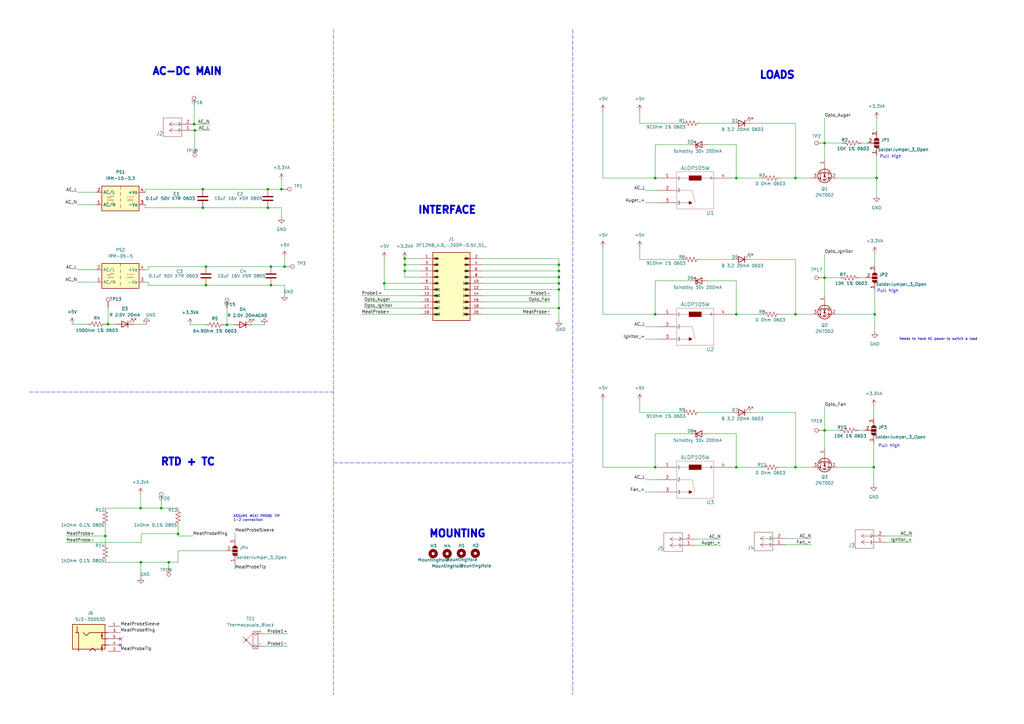
<source format=kicad_sch>
(kicad_sch (version 20211123) (generator eeschema)
  (paper "A3")
  (title_block (title "Smart Smoker Analog") (date "2025-04-20") (rev "B"))
  (lib_symbols
    (symbol "0393570002:393570002" (pin_names (offset 0.254))
      (property "Reference" "J" (at 8.89 6.35 0))
      (property "Value" "393570002" (at 0 0 0))
      (symbol "393570002_1_1"
        (pin unspecified line (at 0 0 0) (length 5.08) (name "1") (number "1"))
        (pin unspecified line (at 0 -2.54 0) (length 5.08) (name "2") (number "2"))
      )
      (symbol "393570002_1_2"
        (pin unspecified line (at 0 0 0) (length 5.08) (name "1") (number "1"))
        (pin unspecified line (at 0 -2.54 0) (length 5.08) (name "2") (number "2"))
      )
    )
    (symbol "ALDP105W:ALDP105W" (pin_names (offset 0.254))
      (property "Reference" "U" (at 15.24 7.62 0))
      (property "Value" "ALDP105W" (at 15.24 5.08 0))
      (symbol "ALDP105W_0_1"
        (pin unspecified line (at 0 0 0) (length 7.62) (name "1") (number "1"))
        (pin unspecified line (at 0 -5.08 0) (length 7.62) (name "2") (number "2"))
        (pin unspecified line (at 0 -10.16 0) (length 7.62) (name "3") (number "3"))
        (pin unspecified line (at 30.48 0 180) (length 7.62) (name "4") (number "4"))
      )
    )
    (symbol "Connector:TestPoint" (pin_numbers hide) (pin_names (offset 0.762) hide)
      (property "Reference" "TP" (at 0 6.858 0))
      (property "Value" "TestPoint" (at 0 5.08 0))
      (symbol "TestPoint_1_1"
        (pin passive line (at 0 0 90) (length 2.54) (name "1") (number "1"))
      )
    )
    (symbol "Converter_ACDC:IRM-05-5"
      (property "Reference" "PS" (at 0 6.35 0))
      (property "Value" "IRM-05-5" (at 0 -6.35 0))
      (symbol "IRM-05-5_1_1"
        (pin power_in line (at -10.16 -2.54 0) (length 2.54) (name "AC/N") (number "1"))
        (pin power_in line (at -10.16 2.54 0) (length 2.54) (name "AC/L") (number "2"))
        (pin power_out line (at 10.16 -2.54 180) (length 2.54) (name "-Vo") (number "3"))
        (pin power_out line (at 10.16 2.54 180) (length 2.54) (name "+Vo") (number "4"))
      )
    )
    (symbol "Converter_ACDC:IRM-10-3.3"
      (property "Reference" "PS" (at 0 6.35 0))
      (property "Value" "IRM-10-3.3" (at 0 -6.35 0))
      (symbol "IRM-10-3.3_1_1"
        (pin power_in line (at -10.16 -2.54 0) (length 2.54) (name "AC/N") (number "1"))
        (pin power_in line (at -10.16 2.54 0) (length 2.54) (name "AC/L") (number "2"))
        (pin power_out line (at 10.16 -2.54 180) (length 2.54) (name "-Vo") (number "3"))
        (pin power_out line (at 10.16 2.54 180) (length 2.54) (name "+Vo") (number "4"))
      )
    )
    (symbol "DF12NBHHDR:DF12NB_4.0_-20DP-0.5V_51_" (pin_names (offset 1.016))
      (property "Reference" "J" (at -8.12 15.24 0))
      (property "Value" "DF12NB_4.0_-20DP-0.5V_51_" (at -7.62 -15.24 0))
      (symbol "DF12NB_4.0_-20DP-0.5V_51__0_0"
        (pin passive line (at -12.7 12.7 0) (length 5.08) (name "1") (number "1"))
        (pin passive line (at 12.7 2.54 180) (length 5.08) (name "10") (number "10"))
        (pin passive line (at -12.7 0 0) (length 5.08) (name "11") (number "11"))
        (pin passive line (at 12.7 0 180) (length 5.08) (name "12") (number "12"))
        (pin passive line (at -12.7 -2.54 0) (length 5.08) (name "13") (number "13"))
        (pin passive line (at 12.7 -2.54 180) (length 5.08) (name "14") (number "14"))
        (pin passive line (at -12.7 -5.08 0) (length 5.08) (name "15") (number "15"))
        (pin passive line (at 12.7 -5.08 180) (length 5.08) (name "16") (number "16"))
        (pin passive line (at -12.7 -7.62 0) (length 5.08) (name "17") (number "17"))
        (pin passive line (at 12.7 -7.62 180) (length 5.08) (name "18") (number "18"))
        (pin passive line (at -12.7 -10.16 0) (length 5.08) (name "19") (number "19"))
        (pin passive line (at 12.7 12.7 180) (length 5.08) (name "2") (number "2"))
        (pin passive line (at 12.7 -10.16 180) (length 5.08) (name "20") (number "20"))
        (pin passive line (at -12.7 10.16 0) (length 5.08) (name "3") (number "3"))
        (pin passive line (at 12.7 10.16 180) (length 5.08) (name "4") (number "4"))
        (pin passive line (at -12.7 7.62 0) (length 5.08) (name "5") (number "5"))
        (pin passive line (at 12.7 7.62 180) (length 5.08) (name "6") (number "6"))
        (pin passive line (at -12.7 5.08 0) (length 5.08) (name "7") (number "7"))
        (pin passive line (at 12.7 5.08 180) (length 5.08) (name "8") (number "8"))
        (pin passive line (at -12.7 2.54 0) (length 5.08) (name "9") (number "9"))
      )
    )
    (symbol "Device:C" (pin_numbers hide) (pin_names (offset 0.254))
      (property "Reference" "C" (at 0.635 2.54 0))
      (property "Value" "C" (at 0.635 -2.54 0))
      (symbol "C_1_1"
        (pin passive line (at 0 3.81 270) (length 2.794) (name "~") (number "1"))
        (pin passive line (at 0 -3.81 90) (length 2.794) (name "~") (number "2"))
      )
    )
    (symbol "Device:LED" (pin_numbers hide) (pin_names (offset 1.016) hide)
      (property "Reference" "D" (at 0 2.54 0))
      (property "Value" "LED" (at 0 -2.54 0))
      (symbol "LED_1_1"
        (pin passive line (at -3.81 0 0) (length 2.54) (name "K") (number "1"))
        (pin passive line (at 3.81 0 180) (length 2.54) (name "A") (number "2"))
      )
    )
    (symbol "Device:R_US" (pin_numbers hide) (pin_names (offset 0))
      (property "Reference" "R" (at 2.54 0 90))
      (property "Value" "R_US" (at -2.54 0 90))
      (symbol "R_US_1_1"
        (pin passive line (at 0 3.81 270) (length 1.27) (name "~") (number "1"))
        (pin passive line (at 0 -3.81 90) (length 1.27) (name "~") (number "2"))
      )
    )
    (symbol "Device:Thermocouple_Block" (pin_numbers hide) (pin_names (offset 0))
      (property "Reference" "TC" (at -3.048 3.81 0))
      (property "Value" "Thermocouple_Block" (at -5.08 -4.064 0))
      (symbol "Thermocouple_Block_1_1"
        (pin passive line (at 5.08 2.54 180) (length 2.54) (name "+") (number "1"))
        (pin passive line (at 5.08 -2.54 180) (length 2.54) (name "-") (number "2"))
      )
    )
    (symbol "Diode:1N6857UR" (pin_numbers hide) (pin_names (offset 1.016) hide)
      (property "Reference" "D" (at 0 2.54 0))
      (property "Value" "1N6857UR" (at 0 -2.54 0))
      (symbol "1N6857UR_1_1"
        (pin passive line (at -3.81 0 0) (length 2.54) (name "K") (number "1"))
        (pin passive line (at 3.81 0 180) (length 2.54) (name "A") (number "2"))
      )
    )
    (symbol "Jumper:SolderJumper_3_Open" (pin_names (offset 0) hide)
      (property "Reference" "JP" (at -2.54 -2.54 0))
      (property "Value" "SolderJumper_3_Open" (at 0 2.794 0))
      (symbol "SolderJumper_3_Open_1_1"
        (pin passive line (at -5.08 0 0) (length 2.54) (name "A") (number "1"))
        (pin passive line (at 0 -3.81 90) (length 2.54) (name "C") (number "2"))
        (pin passive line (at 5.08 0 180) (length 2.54) (name "B") (number "3"))
      )
    )
    (symbol "Mechanical:MountingHole" (pin_names (offset 1.016))
      (property "Reference" "H" (at 0 5.08 0))
      (property "Value" "MountingHole" (at 0 3.175 0))
    )
    (symbol "SJ3-35053D:SJ3-35053D" (pin_names (offset 1.016))
      (property "Reference" "J" (at -6.35 7.62 0))
      (property "Value" "SJ3-35053D" (at -6.35 -8.89 0))
      (symbol "SJ3-35053D_0_0"
        (pin passive line (at 12.7 5.08 180) (length 5.08) (name "~") (number "1"))
        (pin passive line (at 12.7 -5.08 180) (length 5.08) (name "~") (number "2"))
        (pin passive line (at 12.7 2.54 180) (length 5.08) (name "~") (number "3"))
        (pin passive line (at 12.7 -2.54 180) (length 5.08) (name "~") (number "4"))
        (pin passive line (at 12.7 0 180) (length 5.08) (name "~") (number "5"))
      )
    )
    (symbol "Transistor_FET:2N7002" (pin_names hide)
      (property "Reference" "Q" (at 5.08 1.905 0))
      (property "Value" "2N7002" (at 5.08 0 0))
      (symbol "2N7002_1_1"
        (pin input line (at -5.08 0 0) (length 2.54) (name "G") (number "1"))
        (pin passive line (at 2.54 -5.08 90) (length 2.54) (name "S") (number "2"))
        (pin passive line (at 2.54 5.08 270) (length 2.54) (name "D") (number "3"))
      )
    )
    (symbol "power:+3.3VA" (power) (pin_names (offset 0))
      (property "Value" "+3.3VA" (at 0 3.556 0))
      (symbol "+3.3VA_1_1"
        (pin power_in line (at 0 0 90) (length 0) hide (name "+3.3VA") (number "1"))
      )
    )
    (symbol "power:+5V" (power) (pin_names (offset 0))
      (property "Value" "+5V" (at 0 3.556 0))
      (symbol "+5V_1_1"
        (pin power_in line (at 0 0 90) (length 0) hide (name "+5V") (number "1"))
      )
    )
    (symbol "power:GND" (power) (pin_names (offset 0))
      (property "Value" "GND" (at 0 -3.81 0))
      (symbol "GND_1_1"
        (pin power_in line (at 0 0 270) (length 0) hide (name "GND") (number "1"))
      )
    )
  )
  (junction (at 229.235 108.585))
  (junction (at 358.394 191.643))
  (junction (at 43.18 219.837))
  (junction (at 116.713 109.347))
  (junction (at 326.263 128.905))
  (junction (at 83.185 77.597))
  (junction (at 268.732 191.643))
  (junction (at 326.263 191.643))
  (junction (at 338.201 113.919))
  (junction (at 109.855 85.217))
  (junction (at 111.125 116.967))
  (junction (at 84.455 116.967))
  (junction (at 229.235 111.125))
  (junction (at 359.537 73.025))
  (junction (at 57.658 208.407))
  (junction (at 84.455 109.347))
  (junction (at 83.185 85.217))
  (junction (at 111.125 109.347))
  (junction (at 326.263 73.025))
  (junction (at 44.323 132.969))
  (junction (at 165.989 108.585))
  (junction (at 302.006 191.643))
  (junction (at 268.732 73.025))
  (junction (at 229.235 113.665))
  (junction (at 358.775 128.905))
  (junction (at 93.091 133.223))
  (junction (at 229.235 118.745))
  (junction (at 229.235 126.365))
  (junction (at 338.201 176.53))
  (junction (at 115.443 77.597))
  (junction (at 165.989 106.045))
  (junction (at 229.235 116.205))
  (junction (at 109.855 77.597))
  (junction (at 165.989 111.125))
  (junction (at 302.006 73.025))
  (junction (at 73.025 218.948))
  (junction (at 57.785 230.632))
  (junction (at 79.629 50.927))
  (junction (at 66.167 208.407))
  (junction (at 338.201 58.674))
  (junction (at 268.732 128.905))
  (junction (at 302.006 128.905))
  (junction (at 69.215 230.632))
  (junction (at 157.607 116.205))
  (junction (at 79.883 53.467))
  (no_connect (at 49.403 264.541))
  (no_connect (at 49.403 262.001))
  (wire (pts (xy 358.775 128.905) (xy 358.775 136.017)))
  (wire (pts (xy 43.18 216.027) (xy 43.18 219.837)))
  (wire (pts (xy 264.668 133.985) (xy 269.875 133.985)))
  (wire (pts (xy 338.201 58.674) (xy 345.567 58.674)))
  (wire (pts (xy 229.235 111.125) (xy 229.235 113.665)))
  (wire (pts (xy 353.187 58.674) (xy 355.727 58.674)))
  (wire (pts (xy 307.975 169.164) (xy 326.263 169.164)))
  (wire (pts (xy 268.732 59.309) (xy 268.732 73.025)))
  (wire (pts (xy 326.263 169.164) (xy 326.263 191.643)))
  (wire (pts (xy 172.466 111.125) (xy 165.989 111.125)))
  (wire (pts (xy 73.025 230.632) (xy 69.215 230.632)))
  (wire (pts (xy 326.263 73.025) (xy 333.121 73.025)))
  (wire (pts (xy 149.352 123.825) (xy 172.466 123.825)))
  (wire (pts (xy 44.323 132.969) (xy 47.371 132.969)))
  (wire (pts (xy 79.121 219.837) (xy 73.025 219.837)))
  (wire (pts (xy 43.18 230.632) (xy 57.785 230.632)))
  (wire (pts (xy 338.201 48.26) (xy 338.201 58.674)))
  (wire (pts (xy 31.623 83.947) (xy 39.243 83.947)))
  (wire (pts (xy 69.215 230.632) (xy 57.785 230.632)))
  (wire (pts (xy 115.443 73.787) (xy 115.443 77.597)))
  (wire (pts (xy 60.833 115.697) (xy 59.563 115.697)))
  (wire (pts (xy 326.263 128.905) (xy 333.121 128.905)))
  (wire (pts (xy 358.394 181.61) (xy 358.394 191.643)))
  (wire (pts (xy 103.378 133.223) (xy 108.458 133.223)))
  (wire (pts (xy 287.274 50.546) (xy 300.355 50.546)))
  (wire (pts (xy 79.629 43.561) (xy 79.629 50.927)))
  (wire (pts (xy 262.382 106.426) (xy 279.654 106.426)))
  (wire (pts (xy 352.425 113.919) (xy 354.965 113.919)))
  (wire (pts (xy 229.235 116.205) (xy 229.235 118.745)))
  (wire (pts (xy 343.281 73.025) (xy 359.537 73.025)))
  (wire (pts (xy 59.563 77.597) (xy 59.563 78.867)))
  (wire (pts (xy 83.185 85.217) (xy 109.855 85.217)))
  (wire (pts (xy 247.269 73.025) (xy 268.732 73.025)))
  (wire (pts (xy 57.912 218.948) (xy 57.912 222.504)))
  (wire (pts (xy 172.466 108.585) (xy 165.989 108.585)))
  (wire (pts (xy 60.833 110.617) (xy 59.563 110.617)))
  (wire (pts (xy 96.393 218.44) (xy 96.393 220.853)))
  (wire (pts (xy 302.006 73.025) (xy 312.42 73.025)))
  (wire (pts (xy 149.352 126.365) (xy 172.466 126.365)))
  (wire (pts (xy 352.044 176.53) (xy 354.584 176.53)))
  (wire (pts (xy 96.393 231.013) (xy 96.393 233.553)))
  (wire (pts (xy 282.829 177.927) (xy 268.732 177.927)))
  (wire (pts (xy 91.948 133.223) (xy 93.091 133.223)))
  (polyline (pts (xy 11.938 160.782) (xy 136.906 160.782)))
  (wire (pts (xy 84.455 116.967) (xy 111.125 116.967)))
  (wire (pts (xy 338.201 113.919) (xy 338.201 121.285)))
  (wire (pts (xy 31.623 115.697) (xy 39.243 115.697)))
  (wire (pts (xy 307.975 106.426) (xy 326.263 106.426)))
  (wire (pts (xy 229.235 126.365) (xy 229.235 131.318)))
  (wire (pts (xy 157.607 118.745) (xy 157.607 116.205)))
  (wire (pts (xy 326.263 106.426) (xy 326.263 128.905)))
  (wire (pts (xy 359.537 73.025) (xy 359.537 80.137)))
  (wire (pts (xy 268.732 73.025) (xy 269.875 73.025)))
  (wire (pts (xy 165.989 108.585) (xy 165.989 106.045)))
  (wire (pts (xy 338.201 166.878) (xy 338.201 176.53)))
  (wire (pts (xy 197.866 126.365) (xy 229.235 126.365)))
  (wire (pts (xy 165.989 106.045) (xy 172.466 106.045)))
  (wire (pts (xy 79.883 53.467) (xy 79.629 53.467)))
  (wire (pts (xy 197.866 111.125) (xy 229.235 111.125)))
  (wire (pts (xy 343.281 128.905) (xy 358.775 128.905)))
  (wire (pts (xy 83.185 77.597) (xy 59.563 77.597)))
  (wire (pts (xy 268.732 177.927) (xy 268.732 191.643)))
  (wire (pts (xy 85.979 53.467) (xy 79.883 53.467)))
  (wire (pts (xy 31.623 78.867) (xy 39.243 78.867)))
  (wire (pts (xy 338.201 104.14) (xy 338.201 113.919)))
  (wire (pts (xy 54.991 132.969) (xy 60.071 132.969)))
  (wire (pts (xy 148.336 121.285) (xy 172.466 121.285)))
  (wire (pts (xy 307.975 50.546) (xy 326.263 50.546)))
  (wire (pts (xy 165.989 113.665) (xy 165.989 111.125)))
  (wire (pts (xy 300.355 191.643) (xy 302.006 191.643)))
  (wire (pts (xy 148.336 128.905) (xy 172.466 128.905)))
  (wire (pts (xy 172.466 113.665) (xy 165.989 113.665)))
  (wire (pts (xy 322.072 223.393) (xy 332.74 223.393)))
  (wire (pts (xy 290.449 177.927) (xy 302.006 177.927)))
  (wire (pts (xy 247.269 45.593) (xy 247.269 73.025)))
  (wire (pts (xy 116.713 116.967) (xy 116.713 120.777)))
  (wire (pts (xy 264.541 139.065) (xy 269.875 139.065)))
  (wire (pts (xy 302.006 73.025) (xy 302.006 59.309)))
  (wire (pts (xy 57.658 208.407) (xy 66.167 208.407)))
  (wire (pts (xy 359.537 63.754) (xy 359.537 73.025)))
  (wire (pts (xy 165.989 111.125) (xy 165.989 108.585)))
  (wire (pts (xy 268.732 128.905) (xy 269.875 128.905)))
  (wire (pts (xy 264.668 78.105) (xy 269.875 78.105)))
  (wire (pts (xy 73.025 218.948) (xy 73.025 219.837)))
  (wire (pts (xy 111.125 109.347) (xy 116.713 109.347)))
  (wire (pts (xy 60.833 116.967) (xy 60.833 115.697)))
  (wire (pts (xy 268.732 191.643) (xy 269.875 191.643)))
  (wire (pts (xy 268.732 115.189) (xy 268.732 128.905)))
  (wire (pts (xy 43.18 208.407) (xy 57.658 208.407)))
  (polyline (pts (xy 136.779 189.865) (xy 234.95 189.865)))
  (wire (pts (xy 109.855 77.597) (xy 115.443 77.597)))
  (wire (pts (xy 73.025 225.933) (xy 92.583 225.933)))
  (wire (pts (xy 197.866 118.745) (xy 229.235 118.745)))
  (wire (pts (xy 302.006 191.643) (xy 312.42 191.643)))
  (wire (pts (xy 77.978 133.223) (xy 84.328 133.223)))
  (wire (pts (xy 302.006 128.905) (xy 312.42 128.905)))
  (wire (pts (xy 27.178 219.837) (xy 43.18 219.837)))
  (wire (pts (xy 43.561 132.969) (xy 44.323 132.969)))
  (wire (pts (xy 358.775 118.999) (xy 358.775 128.905)))
  (wire (pts (xy 29.591 132.969) (xy 35.941 132.969)))
  (wire (pts (xy 358.775 103.886) (xy 358.775 108.839)))
  (wire (pts (xy 247.269 164.211) (xy 247.269 191.643)))
  (wire (pts (xy 326.263 50.546) (xy 326.263 73.025)))
  (wire (pts (xy 302.006 128.905) (xy 302.006 115.189)))
  (wire (pts (xy 282.829 115.189) (xy 268.732 115.189)))
  (wire (pts (xy 57.912 222.504) (xy 27.178 222.504)))
  (wire (pts (xy 262.382 169.164) (xy 279.654 169.164)))
  (wire (pts (xy 359.537 48.641) (xy 359.537 53.594)))
  (wire (pts (xy 229.235 108.585) (xy 229.235 111.125)))
  (wire (pts (xy 358.394 191.643) (xy 343.281 191.643)))
  (wire (pts (xy 197.866 121.285) (xy 225.933 121.285)))
  (wire (pts (xy 264.668 196.723) (xy 269.875 196.723)))
  (wire (pts (xy 172.466 116.205) (xy 157.607 116.205)))
  (wire (pts (xy 284.988 221.107) (xy 295.656 221.107)))
  (wire (pts (xy 93.091 126.365) (xy 93.091 133.223)))
  (wire (pts (xy 264.541 83.185) (xy 269.875 83.185)))
  (wire (pts (xy 363.474 219.837) (xy 374.142 219.837)))
  (wire (pts (xy 358.394 166.497) (xy 358.394 171.45)))
  (wire (pts (xy 66.167 205.994) (xy 66.167 208.407)))
  (wire (pts (xy 326.263 73.025) (xy 320.04 73.025)))
  (wire (pts (xy 115.443 85.217) (xy 115.443 89.027)))
  (wire (pts (xy 31.623 110.617) (xy 39.243 110.617)))
  (wire (pts (xy 157.607 116.205) (xy 157.607 106.045)))
  (wire (pts (xy 326.263 191.643) (xy 333.121 191.643)))
  (wire (pts (xy 111.125 109.347) (xy 84.455 109.347)))
  (wire (pts (xy 262.382 45.593) (xy 262.382 50.546)))
  (wire (pts (xy 363.474 222.377) (xy 374.142 222.377)))
  (wire (pts (xy 84.455 109.347) (xy 60.833 109.347)))
  (polyline (pts (xy 234.95 12.065) (xy 234.95 284.988)))
  (wire (pts (xy 197.866 128.905) (xy 225.933 128.905)))
  (wire (pts (xy 57.658 202.819) (xy 57.658 208.407)))
  (wire (pts (xy 229.235 118.745) (xy 229.235 126.365)))
  (wire (pts (xy 229.235 106.045) (xy 229.235 108.585)))
  (wire (pts (xy 117.983 259.969) (xy 107.823 259.969)))
  (wire (pts (xy 57.785 236.728) (xy 57.785 230.632)))
  (wire (pts (xy 282.829 59.309) (xy 268.732 59.309)))
  (wire (pts (xy 73.025 218.948) (xy 57.912 218.948)))
  (wire (pts (xy 79.883 53.467) (xy 79.883 60.325)))
  (wire (pts (xy 247.269 191.643) (xy 268.732 191.643)))
  (wire (pts (xy 262.382 50.546) (xy 279.654 50.546)))
  (wire (pts (xy 73.025 216.027) (xy 73.025 218.948)))
  (wire (pts (xy 284.988 223.647) (xy 295.656 223.647)))
  (wire (pts (xy 60.833 109.347) (xy 60.833 110.617)))
  (wire (pts (xy 290.449 115.189) (xy 302.006 115.189)))
  (wire (pts (xy 247.269 101.473) (xy 247.269 128.905)))
  (wire (pts (xy 109.855 77.597) (xy 83.185 77.597)))
  (wire (pts (xy 109.855 85.217) (xy 115.443 85.217)))
  (wire (pts (xy 290.449 59.309) (xy 302.006 59.309)))
  (wire (pts (xy 197.866 116.205) (xy 229.235 116.205)))
  (wire (pts (xy 338.201 176.53) (xy 344.424 176.53)))
  (wire (pts (xy 287.274 106.426) (xy 300.355 106.426)))
  (wire (pts (xy 117.983 265.049) (xy 107.823 265.049)))
  (wire (pts (xy 302.006 191.643) (xy 302.006 177.927)))
  (wire (pts (xy 197.866 113.665) (xy 229.235 113.665)))
  (wire (pts (xy 247.269 128.905) (xy 268.732 128.905)))
  (wire (pts (xy 116.713 105.537) (xy 116.713 109.347)))
  (wire (pts (xy 73.025 225.933) (xy 73.025 230.632)))
  (wire (pts (xy 197.866 123.825) (xy 225.679 123.825)))
  (wire (pts (xy 326.263 128.905) (xy 320.04 128.905)))
  (wire (pts (xy 85.979 50.927) (xy 79.629 50.927)))
  (wire (pts (xy 229.235 113.665) (xy 229.235 116.205)))
  (wire (pts (xy 338.201 176.53) (xy 338.201 184.023)))
  (wire (pts (xy 66.167 208.407) (xy 73.025 208.407)))
  (wire (pts (xy 326.263 191.643) (xy 320.04 191.643)))
  (polyline (pts (xy 136.779 11.938) (xy 136.779 284.988)))
  (wire (pts (xy 338.201 58.674) (xy 338.201 65.405)))
  (wire (pts (xy 172.466 118.745) (xy 157.607 118.745)))
  (wire (pts (xy 322.072 220.853) (xy 332.74 220.853)))
  (wire (pts (xy 300.355 128.905) (xy 302.006 128.905)))
  (wire (pts (xy 300.355 73.025) (xy 302.006 73.025)))
  (wire (pts (xy 44.323 126.111) (xy 44.323 132.969)))
  (wire (pts (xy 43.18 219.837) (xy 43.18 223.012)))
  (wire (pts (xy 197.866 108.585) (xy 229.235 108.585)))
  (wire (pts (xy 262.382 164.211) (xy 262.382 169.164)))
  (wire (pts (xy 59.563 85.217) (xy 83.185 85.217)))
  (wire (pts (xy 111.125 116.967) (xy 116.713 116.967)))
  (wire (pts (xy 358.394 198.755) (xy 358.394 191.643)))
  (wire (pts (xy 197.866 106.045) (xy 229.235 106.045)))
  (wire (pts (xy 287.274 169.164) (xy 300.355 169.164)))
  (wire (pts (xy 262.382 101.473) (xy 262.382 106.426)))
  (wire (pts (xy 338.201 113.919) (xy 344.805 113.919)))
  (wire (pts (xy 93.091 133.223) (xy 95.758 133.223)))
  (wire (pts (xy 59.563 83.947) (xy 59.563 85.217)))
  (wire (pts (xy 264.541 201.803) (xy 269.875 201.803)))
  (wire (pts (xy 60.833 116.967) (xy 84.455 116.967)))
  (wire (pts (xy 69.215 232.283) (xy 69.215 230.632)))
  (text "MOUNTING" (at 175.768 220.726 0) (effects (font (size 3 3) (thickness 1.016) bold) (justify left bottom)))
  (text "Pull high" (at 360.172 183.642 0) (effects (font (size 1.27 1.27)) (justify left bottom)))
  (text "Pull high" (at 359.664 120.142 0) (effects (font (size 1.27 1.27)) (justify left bottom)))
  (text "Needs to have AC power to switch a load" (at 368.808 139.7 0) (effects (font (size 1 1)) (justify left bottom)))
  (text "Pull high" (at 360.807 65.024 0) (effects (font (size 1.27 1.27)) (justify left bottom)))
  (text "ASSUME MEAT PROBE TIP \n1-2 connection" (at 95.631 213.995 0) (effects (font (size 1 1)) (justify left bottom)))
  (text "LOADS" (at 311.277 32.639 0) (effects (font (size 3 3) (thickness 1.016) bold) (justify left bottom)))
  (text "INTERFACE" (at 171.196 88.011 0) (effects (font (size 3 3) (thickness 1.016) bold) (justify left bottom)))
  (text "RTD + TC" (at 65.659 191.262 0) (effects (font (size 3 3) (thickness 1.016) bold) (justify left bottom)))
  (text "AC-DC MAIN" (at 62.23 31.115 0) (effects (font (size 3 3) (thickness 1.016) bold) (justify left bottom)))
  (label "Opto_Fan" (at 225.679 123.825 180))
  (label "Opto_Auger" (at 338.201 48.26 0))
  (label "MeatProbe+" (at 148.336 128.905 0))
  (label "Probe1-" (at 225.933 121.285 180))
  (label "MeatProbeRing" (at 49.403 259.461 0))
  (label "MeatProbeSleeve" (at 49.403 256.921 0))
  (label "Auger_+" (at 264.541 83.185 180))
  (label "Opto_Ignitor" (at 149.352 126.365 0))
  (label "Opto_Fan" (at 338.201 166.878 0))
  (label "AC_N" (at 31.623 115.697 180))
  (label "Ignitor_+" (at 374.142 222.377 180))
  (label "Probe1+" (at 148.336 121.285 0))
  (label "AC_L" (at 264.668 78.105 180))
  (label "AC_L" (at 31.623 78.867 180))
  (label "Probe1+" (at 117.983 259.969 180))
  (label "MeatProbe-" (at 27.178 222.504 0))
  (label "AC_L" (at 264.668 133.985 180))
  (label "MeatProbeTip" (at 96.393 233.553 0))
  (label "AC_N" (at 374.142 219.837 180))
  (label "MeatProbe+" (at 27.178 219.837 0))
  (label "AC_N" (at 332.74 220.853 180))
  (label "MeatProbeSleeve" (at 96.393 218.44 0))
  (label "AC_L" (at 85.979 53.467 180))
  (label "AC_N" (at 295.656 221.107 180))
  (label "AC_L" (at 31.623 110.617 180))
  (label "Auger_+" (at 295.656 223.647 180))
  (label "MeatProbeRing" (at 79.121 219.837 0))
  (label "AC_L" (at 264.668 196.723 180))
  (label "Fan_+" (at 332.74 223.393 180))
  (label "AC_N" (at 31.623 83.947 180))
  (label "AC_N" (at 85.979 50.927 180))
  (label "Fan_+" (at 264.541 201.803 180))
  (label "MeatProbe-" (at 225.933 128.905 180))
  (label "Ignitor_+" (at 264.541 139.065 180))
  (label "Opto_Ignitor" (at 338.201 104.14 0))
  (label "MeatProbeTip" (at 49.403 267.081 0))
  (label "Probe1-" (at 117.983 265.049 180))
  (label "Opto_Auger" (at 149.352 123.825 0))
  (symbol (lib_id "power:+3.3VA") (at 77.978 133.223 0) (unit 1)
    (property "Reference" "#PWR014" (effects hide))
    (property "Value" "+3.3VA" (at 77.978 128.143 0))
  )
  (symbol (lib_id "SJ3-35053D:SJ3-35053D") (at 36.703 262.001 0) (unit 1)
    (property "Reference" "J6" (at 37.028 251.46 0))
    (property "Value" "SJ3-35053D" (at 37.028 254 0))
    (property "Footprint" "Customs Smoker:SAMESKY_SJ3-35053D" (effects hide))
    (property "Manufacturer" "SameSky" (effects hide))
    (property "Manufacturer Part Number" "SJ3-35053D" (effects hide))
    (property "Vendor" "Digkey" (effects hide))
    (property "Vendor Part Number" "2223-SJ3-35053D-ND" (effects hide))
  )
  (symbol (lib_id "power:GND") (at 358.394 198.755 0) (mirror y) (unit 1)
    (property "Reference" "#PWR024" (effects hide))
    (property "Value" "GND" (at 358.394 203.835 0))
  )
  (symbol (lib_id "ALDP105W:ALDP105W") (at 269.875 73.025 0) (unit 1)
    (property "Reference" "U1" (at 291.338 87.376 0) (effects (font (size 1.524 1.524))))
    (property "Value" "ALDP105W" (at 285.115 68.961 0) (effects (font (size 1.524 1.524))))
    (property "Footprint" "Customs Smoker:PAN_ALD_PAN" (effects hide))
    (property "Datasheet" "ALDP105W" (effects hide))
    (property "Manufacturer" "Panasonic Electric Works" (effects hide))
    (property "Manufacturer Part Number" "ALDP105W" (effects hide))
    (property "Vendor" "Digikey" (effects hide))
    (property "Vendor Part Number" "255-3586-ND" (effects hide))
  )
  (symbol (lib_id "Connector:TestPoint") (at 116.713 109.347 270) (unit 1)
    (property "Reference" "TP3" (at 121.793 108.0769 90) (effects (justify left)))
    (property "Value" "TP" (effects hide))
    (property "Footprint" "TestPoint:TestPoint_Pad_D1.0mm" (effects hide))
  )
  (symbol (lib_id "Mechanical:MountingHole") (at 177.673 227.076 0) (unit 1)
    (property "Reference" "H3" (at 176.403 223.901 0) (effects (justify left)))
    (property "Value" "MountingHole" (at 171.323 229.616 0) (effects (justify left)))
    (property "Footprint" "MountingHole:MountingHole_3.2mm_M3_DIN965_Pad" (effects hide))
  )
  (symbol (lib_id "Connector:TestPoint") (at 79.883 60.325 180) (unit 1)
    (property "Reference" "TP18" (at 76.327 61.849 0) (effects (justify right)))
    (property "Value" "TP" (effects hide))
    (property "Footprint" "TestPoint:TestPoint_Pad_D1.0mm" (effects hide))
  )
  (symbol (lib_id "Device:R_US") (at 43.18 212.217 0) (unit 1)
    (property "Reference" "R12" (at 41.021 209.169 0))
    (property "Value" "1kOhm 0.1% 0805" (at 33.909 215.392 0))
    (property "Footprint" "Resistor_SMD:R_0805_2012Metric" (effects hide))
    (property "Manufacturer" "Susumu" (effects hide))
    (property "Manufacturer Part Number" "RG2012P-102-B-T5" (effects hide))
    (property "Vendor" "Digikey" (effects hide))
    (property "Vendor Part Number" "RG20P1.0KBCT-ND" (effects hide))
  )
  (symbol (lib_id "Device:R_US") (at 316.23 191.643 90) (unit 1)
    (property "Reference" "R11" (at 312.547 190.627 90))
    (property "Value" "0 Ohm 0603" (at 315.976 193.929 90))
    (property "Footprint" "Resistor_SMD:R_0603_1608Metric" (effects hide))
    (property "Manufacturer" "YAGEO" (effects hide))
    (property "Manufacturer Part Number" "RC0603JR-070RL" (effects hide))
    (property "Vendor" "Digikey" (effects hide))
    (property "Vendor Part Number" "311-0.0GRCT-ND" (effects hide))
  )
  (symbol (lib_id "power:+5V") (at 247.269 164.211 0) (unit 1)
    (property "Reference" "#PWR020" (effects hide))
    (property "Value" "+5V" (at 247.269 159.131 0))
  )
  (symbol (lib_id "Connector:TestPoint") (at 44.323 126.111 0) (unit 1)
    (property "Reference" "TP13" (at 49.911 122.682 0) (effects (justify right)))
    (property "Value" "TP" (effects hide))
    (property "Footprint" "TestPoint:TestPoint_Pad_D1.0mm" (effects hide))
  )
  (symbol (lib_id "Connector:TestPoint") (at 66.167 205.994 0) (unit 1)
    (property "Reference" "TP20" (at 69.723 204.47 0) (effects (justify right)))
    (property "Value" "TP" (effects hide))
    (property "Footprint" "TestPoint:TestPoint_Pad_D1.0mm" (effects hide))
  )
  (symbol (lib_id "Diode:1N6857UR") (at 286.639 59.309 0) (unit 1)
    (property "Reference" "D2" (at 283.21 58.166 0))
    (property "Value" "Schottky 30v 200mA" (at 286.131 61.976 0))
    (property "Footprint" "Customs Smoker:RB521S30T1G-M" (effects hide))
    (property "Datasheet" "https://www.microsemi.com/document-portal/doc_download/131890-lds-0040-1-datasheet" (effects hide))
    (property "Manufacturer" "onsemi" (effects hide))
    (property "Manufacturer Part Number" "RB521S30T1G" (effects hide))
    (property "Vendor" "Digikey" (effects hide))
    (property "Vendor Part Number" "RB521S30T1GOSCT-ND" (effects hide))
  )
  (symbol (lib_id "power:+5V") (at 116.713 105.537 0) (unit 1)
    (property "Reference" "#PWR08" (effects hide))
    (property "Value" "+5V" (at 116.713 100.457 0))
  )
  (symbol (lib_id "power:GND") (at 359.537 80.137 0) (mirror y) (unit 1)
    (property "Reference" "#PWR010" (effects hide))
    (property "Value" "GND" (at 359.537 85.217 0))
  )
  (symbol (lib_id "Device:C") (at 83.185 81.407 0) (mirror x) (unit 1)
    (property "Reference" "C1" (at 72.39 79.502 0))
    (property "Value" "0.1uF 50V X7R 0603" (at 69.85 81.407 0))
    (property "Footprint" "Capacitor_SMD:C_0603_1608Metric" (effects hide))
    (property "Manufacturer" "Samsung Electro-Mechanics" (effects hide))
    (property "Manufacturer Part Number" "CL10B104KB8NNWC" (effects hide))
    (property "Vendor" "Digikey" (effects hide))
    (property "Vendor Part Number" "1276-1935-1-ND" (effects hide))
  )
  (symbol (lib_id "power:+5V") (at 247.269 45.593 0) (unit 1)
    (property "Reference" "#PWR02" (effects hide))
    (property "Value" "+5V" (at 247.269 40.513 0))
  )
  (symbol (lib_id "Transistor_FET:2N7002") (at 338.201 70.485 90) (mirror x) (unit 1)
    (property "Reference" "Q1" (at 338.201 77.47 90))
    (property "Value" "2N7002" (at 338.201 80.01 90))
    (property "Footprint" "Package_TO_SOT_SMD:SOT-23" (effects hide))
    (property "Datasheet" "https://www.onsemi.com/pub/Collateral/NDS7002A-D.PDF" (effects hide))
    (property "Manufacturer" "Nexperia USA Inc." (effects hide))
    (property "Manufacturer Part Number" "1727-4789-1-ND" (effects hide))
    (property "Vendor" "Digikey" (effects hide))
    (property "Vendor Part Number" "Nexperia USA Inc." (effects hide))
  )
  (symbol (lib_id "Connector:TestPoint") (at 338.201 58.674 90) (unit 1)
    (property "Reference" "TP2" (at 334.899 55.88 90))
    (property "Value" "TP" (effects hide))
    (property "Footprint" "TestPoint:TestPoint_Pad_D1.0mm" (effects hide))
  )
  (symbol (lib_id "0393570002:393570002") (at 79.629 53.467 180) (unit 1)
    (property "Reference" "J2" (at 66.929 54.737 0) (effects (font (size 1.524 1.524)) (justify left)))
    (property "Value" "393570002" (effects hide))
    (property "Footprint" "CONN_393570002_MOL" (effects hide))
    (property "Manufacturer" "Molex" (effects hide))
    (property "Manufacturer Part Number" "393570002" (effects hide))
    (property "Vendor" "Digikey" (effects hide))
    (property "Vendor Part Number" "WM7877-ND" (effects hide))
  )
  (symbol (lib_id "power:+5V") (at 247.269 101.473 0) (unit 1)
    (property "Reference" "#PWR016" (effects hide))
    (property "Value" "+5V" (at 247.269 96.393 0))
  )
  (symbol (lib_id "Jumper:SolderJumper_3_Open") (at 358.394 176.53 270) (mirror x) (unit 1)
    (property "Reference" "JP3" (at 360.172 175.2599 90) (effects (justify left)))
    (property "Value" "SolderJumper_3_Open" (at 358.775 179.197 90) (effects (justify left)))
    (property "Footprint" "Jumper:SolderJumper-3_P1.3mm_Open_RoundedPad1.0x1.5mm" (effects hide))
  )
  (symbol (lib_id "Transistor_FET:2N7002") (at 338.201 189.103 90) (mirror x) (unit 1)
    (property "Reference" "Q3" (at 338.201 195.58 90))
    (property "Value" "2N7002" (at 338.201 198.12 90))
    (property "Footprint" "Package_TO_SOT_SMD:SOT-23" (effects hide))
    (property "Datasheet" "https://www.onsemi.com/pub/Collateral/NDS7002A-D.PDF" (effects hide))
    (property "Manufacturer" "Nexperia USA Inc." (effects hide))
    (property "Manufacturer Part Number" "1727-4789-1-ND" (effects hide))
    (property "Vendor" "Digikey" (effects hide))
    (property "Vendor Part Number" "Nexperia USA Inc." (effects hide))
  )
  (symbol (lib_id "power:+5V") (at 262.382 45.593 0) (unit 1)
    (property "Reference" "#PWR03" (effects hide))
    (property "Value" "+5V" (at 262.382 40.513 0))
  )
  (symbol (lib_id "Connector:TestPoint") (at 115.443 77.597 270) (unit 1)
    (property "Reference" "TP1" (at 120.523 76.3269 90) (effects (justify left)))
    (property "Value" "TP" (effects hide))
    (property "Footprint" "TestPoint:TestPoint_Pad_D1.0mm" (effects hide))
  )
  (symbol (lib_id "Jumper:SolderJumper_3_Open") (at 359.537 58.674 270) (mirror x) (unit 1)
    (property "Reference" "JP1" (at 361.315 57.4039 90) (effects (justify left)))
    (property "Value" "SolderJumper_3_Open" (at 359.918 61.341 90) (effects (justify left)))
    (property "Footprint" "Jumper:SolderJumper-3_P1.3mm_Open_RoundedPad1.0x1.5mm" (effects hide))
  )
  (symbol (lib_id "Device:R_US") (at 73.025 212.217 0) (unit 1)
    (property "Reference" "R13" (at 70.866 209.169 0))
    (property "Value" "1kOhm 0.1% 0805" (at 63.754 215.392 0))
    (property "Footprint" "Resistor_SMD:R_0805_2012Metric" (effects hide))
    (property "Manufacturer" "Susumu" (effects hide))
    (property "Manufacturer Part Number" "RG2012P-102-B-T5" (effects hide))
    (property "Vendor" "Digikey" (effects hide))
    (property "Vendor Part Number" "RG20P1.0KBCT-ND" (effects hide))
  )
  (symbol (lib_id "Device:R_US") (at 348.234 176.53 270) (mirror x) (unit 1)
    (property "Reference" "R10" (at 345.313 175.26 90))
    (property "Value" "10K 1% 0603" (at 348.742 178.816 90))
    (property "Footprint" "Resistor_SMD:R_0603_1608Metric" (effects hide))
    (property "Manufacturer" "Stackpole Electronics Inc" (effects hide))
    (property "Manufacturer Part Number" "RNCP0603FTD10K0" (effects hide))
    (property "Vendor" "Digikey" (effects hide))
    (property "Vendor Part Number" "RNCP0603FTD10K0CT-ND" (effects hide))
  )
  (symbol (lib_id "power:GND") (at 358.775 136.017 0) (mirror y) (unit 1)
    (property "Reference" "#PWR019" (effects hide))
    (property "Value" "GND" (at 358.775 141.097 0))
  )
  (symbol (lib_id "power:+5V") (at 157.607 106.045 0) (unit 1)
    (property "Reference" "#PWR06" (effects hide))
    (property "Value" "+5V" (at 157.607 100.965 0))
  )
  (symbol (lib_id "Connector:TestPoint") (at 338.201 113.919 90) (unit 1)
    (property "Reference" "TP17" (at 334.899 110.617 90))
    (property "Value" "TP" (effects hide))
    (property "Footprint" "TestPoint:TestPoint_Pad_D1.0mm" (effects hide))
  )
  (symbol (lib_id "Connector:TestPoint") (at 93.091 126.365 0) (unit 1)
    (property "Reference" "TP15" (at 96.647 124.841 0) (effects (justify right)))
    (property "Value" "TP" (effects hide))
    (property "Footprint" "TestPoint:TestPoint_Pad_D1.0mm" (effects hide))
  )
  (symbol (lib_id "Device:R_US") (at 348.615 113.919 270) (mirror x) (unit 1)
    (property "Reference" "R7" (at 345.694 112.649 90))
    (property "Value" "10K 1% 0603" (at 349.123 116.205 90))
    (property "Footprint" "Resistor_SMD:R_0603_1608Metric" (effects hide))
    (property "Manufacturer" "Stackpole Electronics Inc" (effects hide))
    (property "Manufacturer Part Number" "RNCP0603FTD10K0" (effects hide))
    (property "Vendor" "Digikey" (effects hide))
    (property "Vendor Part Number" "RNCP0603FTD10K0CT-ND" (effects hide))
  )
  (symbol (lib_id "Connector:TestPoint") (at 69.215 232.283 180) (unit 1)
    (property "Reference" "TP29" (at 65.659 233.807 0) (effects (justify right)))
    (property "Value" "TP" (effects hide))
    (property "Footprint" "TestPoint:TestPoint_Pad_D1.0mm" (effects hide))
  )
  (symbol (lib_id "power:GND") (at 108.458 133.223 180) (unit 1)
    (property "Reference" "#PWR015" (effects hide))
    (property "Value" "GND" (at 109.728 129.413 0) (effects (justify left)))
  )
  (symbol (lib_id "DF12NBHHDR:DF12NB_4.0_-20DP-0.5V_51_") (at 185.166 118.745 0) (unit 1)
    (property "Reference" "J1" (at 185.166 98.044 0))
    (property "Value" "DF12NB_4.0_-20DP-0.5V_51_" (at 185.166 100.584 0))
    (property "Footprint" "Customs Smoker:HRS_DF12NB_4.0_-20DP-0.5V_51_" (effects hide))
    (property "Manufacturer" "Hirose" (effects hide))
    (property "Manufacturer Part Number" "DF12NB(4.0)-20DP-0.5V(51)" (effects hide))
    (property "Vendor" "Digikey" (effects hide))
    (property "Vendor Part Number" "26-DF12NB(4.0)-20DP-0.5V(51)CT-ND" (effects hide))
  )
  (symbol (lib_id "Jumper:SolderJumper_3_Open") (at 96.393 225.933 270) (mirror x) (unit 1)
    (property "Reference" "JP4" (at 98.171 224.6629 90) (effects (justify left)))
    (property "Value" "SolderJumper_3_Open" (at 96.774 228.6 90) (effects (justify left)))
    (property "Footprint" "Jumper:SolderJumper-3_P1.3mm_Open_RoundedPad1.0x1.5mm" (effects hide))
  )
  (symbol (lib_id "Mechanical:MountingHole") (at 194.945 226.949 0) (unit 1)
    (property "Reference" "H2" (at 193.675 223.774 0) (effects (justify left)))
    (property "Value" "MountingHole" (at 188.595 232.029 0) (effects (justify left)))
    (property "Footprint" "MountingHole:MountingHole_3.2mm_M3_DIN965_Pad" (effects hide))
  )
  (symbol (lib_id "Device:LED") (at 304.165 169.164 180) (unit 1)
    (property "Reference" "D7" (at 301.498 168.148 0))
    (property "Value" "B 3.2 20mA 0603" (at 304.546 171.704 0))
    (property "Footprint" "LED_SMD:LED_0603_1608Metric" (effects hide))
    (property "Manufacturer" "Würth Elektronik" (effects hide))
    (property "Manufacturer Part Number" "150060BS75000" (effects hide))
    (property "Vendor" "Digikey" (effects hide))
    (property "Vendor Part Number" "732-4966-1-ND" (effects hide))
  )
  (symbol (lib_id "Device:LED") (at 51.181 132.969 180) (unit 1)
    (property "Reference" "D3" (at 51.181 126.619 0))
    (property "Value" "R 2.0V 20mA" (at 51.181 129.159 0))
    (property "Footprint" "LED_SMD:LED_0603_1608Metric" (effects hide))
    (property "Manufacturer" "ams-OSRAM USA INC." (effects hide))
    (property "Manufacturer Part Number" "LO Q976-PS-25-0-20-R18" (effects hide))
    (property "Vendor" "Digikey" (effects hide))
    (property "Vendor Part Number" "475-LOQ976-PS-25-0-20-R18CT-ND" (effects hide))
  )
  (symbol (lib_id "Converter_ACDC:IRM-05-5") (at 49.403 113.157 0) (unit 1)
    (property "Reference" "PS2" (at 49.403 102.489 0))
    (property "Value" "IRM-05-5" (at 49.403 105.029 0))
    (property "Footprint" "Converter_ACDC:Converter_ACDC_MeanWell_IRM-05-xx_THT" (effects hide))
    (property "Datasheet" "https://www.meanwell.com/Upload/PDF/IRM-05/IRM-05-SPEC.PDF" (effects hide))
    (property "Manufacturer" "MEAN WELL USA Inc." (effects hide))
    (property "Manufacturer Part Number" "IRM-05-5" (effects hide))
    (property "Vendor" "Digikey" (effects hide))
    (property "Vendor Part Number" "1866-3027-ND" (effects hide))
  )
  (symbol (lib_id "Mechanical:MountingHole") (at 189.23 226.949 0) (unit 1)
    (property "Reference" "H1" (at 187.96 223.774 0) (effects (justify left)))
    (property "Value" "MountingHole" (at 182.88 229.489 0) (effects (justify left)))
    (property "Footprint" "MountingHole:MountingHole_3.2mm_M3_DIN965_Pad" (effects hide))
  )
  (symbol (lib_id "power:+3.3VA") (at 115.443 73.787 0) (unit 1)
    (property "Reference" "#PWR01" (effects hide))
    (property "Value" "+3.3VA" (at 115.443 68.707 0))
  )
  (symbol (lib_id "power:GND") (at 60.071 132.969 180) (unit 1)
    (property "Reference" "#PWR013" (effects hide))
    (property "Value" "GND" (at 63.881 129.159 0) (effects (justify left)))
  )
  (symbol (lib_id "Converter_ACDC:IRM-10-3.3") (at 49.403 81.407 0) (unit 1)
    (property "Reference" "PS1" (at 49.403 70.612 0))
    (property "Value" "IRM-10-3.3" (at 49.403 73.152 0))
    (property "Footprint" "Converter_ACDC:Converter_ACDC_MeanWell_IRM-10-xx_THT" (effects hide))
    (property "Datasheet" "https://www.meanwell.com/Upload/PDF/IRM-10/IRM-10-SPEC.PDF" (effects hide))
    (property "Manufacturer" "MEAN WELL USA Inc." (effects hide))
    (property "Manufacturer Part Number" "IRM-10-3.3" (effects hide))
    (property "Vendor" "Digikey" (effects hide))
    (property "Vendor Part Number" "1866-3031-ND" (effects hide))
  )
  (symbol (lib_id "ALDP105W:ALDP105W") (at 269.875 128.905 0) (unit 1)
    (property "Reference" "U2" (at 291.338 143.256 0) (effects (font (size 1.524 1.524))))
    (property "Value" "ALDP105W" (at 285.115 124.841 0) (effects (font (size 1.524 1.524))))
    (property "Footprint" "Customs Smoker:PAN_ALD_PAN" (effects hide))
    (property "Datasheet" "ALDP105W" (effects hide))
    (property "Manufacturer" "Panasonic Electric Works" (effects hide))
    (property "Manufacturer Part Number" "ALDP105W" (effects hide))
    (property "Vendor" "Digikey" (effects hide))
    (property "Vendor Part Number" "255-3586-ND" (effects hide))
  )
  (symbol (lib_id "Jumper:SolderJumper_3_Open") (at 358.775 113.919 270) (mirror x) (unit 1)
    (property "Reference" "JP2" (at 360.553 112.6489 90) (effects (justify left)))
    (property "Value" "SolderJumper_3_Open" (at 359.156 116.586 90) (effects (justify left)))
    (property "Footprint" "Jumper:SolderJumper-3_P1.3mm_Open_RoundedPad1.0x1.5mm" (effects hide))
  )
  (symbol (lib_id "power:+5V") (at 262.382 101.473 0) (unit 1)
    (property "Reference" "#PWR017" (effects hide))
    (property "Value" "+5V" (at 262.382 96.393 0))
  )
  (symbol (lib_id "Device:R_US") (at 283.464 169.164 90) (unit 1)
    (property "Reference" "R9" (at 279.781 168.148 90))
    (property "Value" "91Ohm 1% 0603" (at 273.177 170.688 90))
    (property "Footprint" "Resistor_SMD:R_0603_1608Metric" (effects hide))
    (property "Manufacturer" "YAGEO" (effects hide))
    (property "Manufacturer Part Number" "RC0603FR-0791RL" (effects hide))
    (property "Vendor" "Digikey" (effects hide))
    (property "Vendor Part Number" "311-91.0HRCT-ND" (effects hide))
  )
  (symbol (lib_id "Device:R_US") (at 43.18 226.822 0) (unit 1)
    (property "Reference" "R14" (at 41.021 223.774 0))
    (property "Value" "1kOhm 0.1% 0805" (at 33.909 229.997 0))
    (property "Footprint" "Resistor_SMD:R_0805_2012Metric" (effects hide))
    (property "Manufacturer" "Susumu" (effects hide))
    (property "Manufacturer Part Number" "RG2012P-102-B-T5" (effects hide))
    (property "Vendor" "Digikey" (effects hide))
    (property "Vendor Part Number" "RG20P1.0KBCT-ND" (effects hide))
  )
  (symbol (lib_id "Transistor_FET:2N7002") (at 338.201 126.365 90) (mirror x) (unit 1)
    (property "Reference" "Q2" (at 338.201 133.35 90))
    (property "Value" "2N7002" (at 338.201 135.89 90))
    (property "Footprint" "Package_TO_SOT_SMD:SOT-23" (effects hide))
    (property "Datasheet" "https://www.onsemi.com/pub/Collateral/NDS7002A-D.PDF" (effects hide))
    (property "Manufacturer" "Nexperia USA Inc." (effects hide))
    (property "Manufacturer Part Number" "1727-4789-1-ND" (effects hide))
    (property "Vendor" "Digikey" (effects hide))
    (property "Vendor Part Number" "Nexperia USA Inc." (effects hide))
  )
  (symbol (lib_id "power:+3.3VA") (at 165.989 106.045 0) (unit 1)
    (property "Reference" "#PWR07" (effects hide))
    (property "Value" "+3.3VA" (at 165.989 100.965 0))
  )
  (symbol (lib_id "Device:C") (at 111.125 113.157 0) (mirror y) (unit 1)
    (property "Reference" "C4" (at 99.695 111.252 0))
    (property "Value" "10uF 16V X5R 0805" (at 99.06 113.157 0))
    (property "Footprint" "Capacitor_SMD:C_0805_2012Metric" (effects hide))
    (property "Manufacturer" "Samsung Electro-Mechanics" (effects hide))
    (property "Manufacturer Part Number" "CL21A106KOQNNNE" (effects hide))
    (property "Vendor" "Digikey" (effects hide))
    (property "Vendor Part Number" "1276-1096-1-ND" (effects hide))
  )
  (symbol (lib_id "Device:C") (at 109.855 81.407 0) (mirror y) (unit 1)
    (property "Reference" "C2" (at 98.425 79.502 0))
    (property "Value" "10uF 16V X5R 0805" (at 97.79 81.407 0))
    (property "Footprint" "Capacitor_SMD:C_0805_2012Metric" (effects hide))
    (property "Manufacturer" "Samsung Electro-Mechanics" (effects hide))
    (property "Manufacturer Part Number" "CL21A106KOQNNNE" (effects hide))
    (property "Vendor" "Digikey" (effects hide))
    (property "Vendor Part Number" "1276-1096-1-ND" (effects hide))
  )
  (symbol (lib_id "Device:Thermocouple_Block") (at 102.743 262.509 0) (unit 1)
    (property "Reference" "TC1" (at 102.743 253.746 0))
    (property "Value" "Thermocouple_Block" (at 102.743 256.286 0))
    (property "Footprint" "Customs Smoker:K-TypeAdapter" (effects hide))
    (property "Manufacturer" "Labfacility Ltd" (effects hide))
    (property "Manufacturer Part Number" "XE-1139-001" (effects hide))
    (property "Vendor" "Digikey" (effects hide))
    (property "Vendor Part Number" "5425-XE-1139-001-ND" (effects hide))
  )
  (symbol (lib_id "power:GND") (at 57.785 236.728 0) (unit 1)
    (property "Reference" "#PWR025" (effects hide))
    (property "Value" "GND" (at 59.436 235.585 0))
  )
  (symbol (lib_id "Device:LED") (at 99.568 133.223 180) (unit 1)
    (property "Reference" "D4" (at 99.568 126.873 0))
    (property "Value" "R 2.0V 20mA" (at 99.568 129.413 0))
    (property "Footprint" "LED_SMD:LED_0603_1608Metric" (effects hide))
    (property "Manufacturer" "ams-OSRAM USA INC." (effects hide))
    (property "Manufacturer Part Number" "LO Q976-PS-25-0-20-R18" (effects hide))
    (property "Vendor" "Digikey" (effects hide))
    (property "Vendor Part Number" "475-LOQ976-PS-25-0-20-R18CT-ND" (effects hide))
  )
  (symbol (lib_id "power:GND") (at 116.713 120.777 0) (unit 1)
    (property "Reference" "#PWR011" (effects hide))
    (property "Value" "GND" (at 118.364 119.634 0))
  )
  (symbol (lib_id "Diode:1N6857UR") (at 286.639 177.927 0) (unit 1)
    (property "Reference" "D8" (at 283.21 176.784 0))
    (property "Value" "Schottky 30v 200mA" (at 286.131 180.594 0))
    (property "Footprint" "Customs Smoker:RB521S30T1G-M" (effects hide))
    (property "Datasheet" "https://www.microsemi.com/document-portal/doc_download/131890-lds-0040-1-datasheet" (effects hide))
    (property "Manufacturer" "onsemi" (effects hide))
    (property "Manufacturer Part Number" "RB521S30T1G" (effects hide))
    (property "Vendor" "Digikey" (effects hide))
    (property "Vendor Part Number" "RB521S30T1GOSCT-ND" (effects hide))
  )
  (symbol (lib_id "Connector:TestPoint") (at 79.629 43.561 0) (unit 1)
    (property "Reference" "TP16" (at 83.185 42.037 0) (effects (justify right)))
    (property "Value" "TP" (effects hide))
    (property "Footprint" "TestPoint:TestPoint_Pad_D1.0mm" (effects hide))
  )
  (symbol (lib_id "0393570002:393570002") (at 284.988 223.647 180) (unit 1)
    (property "Reference" "J5" (at 272.288 224.917 0) (effects (font (size 1.524 1.524)) (justify left)))
    (property "Value" "393570002" (effects hide))
    (property "Footprint" "CONN_393570002_MOL" (effects hide))
    (property "Manufacturer" "Molex" (effects hide))
    (property "Manufacturer Part Number" "393570002" (effects hide))
    (property "Vendor" "Digikey" (effects hide))
    (property "Vendor Part Number" "WM7877-ND" (effects hide))
  )
  (symbol (lib_id "Device:R_US") (at 316.23 73.025 90) (unit 1)
    (property "Reference" "R3" (at 312.547 72.009 90))
    (property "Value" "0 Ohm 0603" (at 315.976 75.311 90))
    (property "Footprint" "Resistor_SMD:R_0603_1608Metric" (effects hide))
    (property "Manufacturer" "YAGEO" (effects hide))
    (property "Manufacturer Part Number" "RC0603JR-070RL" (effects hide))
    (property "Vendor" "Digikey" (effects hide))
    (property "Vendor Part Number" "311-0.0GRCT-ND" (effects hide))
  )
  (symbol (lib_id "ALDP105W:ALDP105W") (at 269.875 191.643 0) (unit 1)
    (property "Reference" "U3" (at 291.338 205.994 0) (effects (font (size 1.524 1.524))))
    (property "Value" "ALDP105W" (at 285.115 187.579 0) (effects (font (size 1.524 1.524))))
    (property "Footprint" "Customs Smoker:PAN_ALD_PAN" (effects hide))
    (property "Datasheet" "ALDP105W" (effects hide))
    (property "Manufacturer" "Panasonic Electric Works" (effects hide))
    (property "Manufacturer Part Number" "ALDP105W" (effects hide))
    (property "Vendor" "Digikey" (effects hide))
    (property "Vendor Part Number" "255-3586-ND" (effects hide))
  )
  (symbol (lib_id "Device:LED") (at 304.165 106.426 180) (unit 1)
    (property "Reference" "D5" (at 301.498 105.41 0))
    (property "Value" "B 3.2 20mA 0603" (at 304.546 108.966 0))
    (property "Footprint" "LED_SMD:LED_0603_1608Metric" (effects hide))
    (property "Manufacturer" "Würth Elektronik" (effects hide))
    (property "Manufacturer Part Number" "150060BS75000" (effects hide))
    (property "Vendor" "Digikey" (effects hide))
    (property "Vendor Part Number" "732-4966-1-ND" (effects hide))
  )
  (symbol (lib_id "Device:LED") (at 304.165 50.546 180) (unit 1)
    (property "Reference" "D1" (at 301.498 49.53 0))
    (property "Value" "B 3.2 20mA 0603" (at 304.546 53.086 0))
    (property "Footprint" "LED_SMD:LED_0603_1608Metric" (effects hide))
    (property "Manufacturer" "Würth Elektronik" (effects hide))
    (property "Manufacturer Part Number" "150060BS75000" (effects hide))
    (property "Vendor" "Digikey" (effects hide))
    (property "Vendor Part Number" "732-4966-1-ND" (effects hide))
  )
  (symbol (lib_id "power:+5V") (at 262.382 164.211 0) (unit 1)
    (property "Reference" "#PWR021" (effects hide))
    (property "Value" "+5V" (at 262.382 159.131 0))
  )
  (symbol (lib_id "Device:R_US") (at 88.138 133.223 90) (unit 1)
    (property "Reference" "R5" (at 88.138 130.683 90))
    (property "Value" "64.9Ohm 1% 0603" (at 88.138 135.763 90))
    (property "Footprint" "Resistor_SMD:R_0603_1608Metric" (effects hide))
    (property "Manufacturer" "YAGEO" (effects hide))
    (property "Manufacturer Part Number" "RC0603FR-0764R9L" (effects hide))
    (property "Vendor" "Digikey" (effects hide))
    (property "Vendor Part Number" "311-64.9HRCT-ND" (effects hide))
  )
  (symbol (lib_id "power:+3.3VA") (at 57.658 202.819 0) (unit 1)
    (property "Reference" "#PWR023" (effects hide))
    (property "Value" "+3.3VA" (at 57.658 197.739 0))
  )
  (symbol (lib_id "power:+3.3VA") (at 358.394 166.497 0) (unit 1)
    (property "Reference" "#PWR022" (effects hide))
    (property "Value" "+3.3VA" (at 358.394 161.417 0))
  )
  (symbol (lib_id "Device:R_US") (at 349.377 58.674 270) (mirror x) (unit 1)
    (property "Reference" "R2" (at 346.456 57.404 90))
    (property "Value" "10K 1% 0603" (at 349.885 60.96 90))
    (property "Footprint" "Resistor_SMD:R_0603_1608Metric" (effects hide))
    (property "Manufacturer" "Stackpole Electronics Inc" (effects hide))
    (property "Manufacturer Part Number" "RNCP0603FTD10K0" (effects hide))
    (property "Vendor" "Digikey" (effects hide))
    (property "Vendor Part Number" "RNCP0603FTD10K0CT-ND" (effects hide))
  )
  (symbol (lib_id "Diode:1N6857UR") (at 286.639 115.189 0) (unit 1)
    (property "Reference" "D6" (at 283.21 114.046 0))
    (property "Value" "Schottky 30v 200mA" (at 286.131 117.856 0))
    (property "Footprint" "Customs Smoker:RB521S30T1G-M" (effects hide))
    (property "Datasheet" "https://www.microsemi.com/document-portal/doc_download/131890-lds-0040-1-datasheet" (effects hide))
    (property "Manufacturer" "onsemi" (effects hide))
    (property "Manufacturer Part Number" "RB521S30T1G" (effects hide))
    (property "Vendor" "Digikey" (effects hide))
    (property "Vendor Part Number" "RB521S30T1GOSCT-ND" (effects hide))
  )
  (symbol (lib_id "0393570002:393570002") (at 322.072 223.393 180) (unit 1)
    (property "Reference" "J4" (at 309.372 224.663 0) (effects (font (size 1.524 1.524)) (justify left)))
    (property "Value" "393570002" (effects hide))
    (property "Footprint" "CONN_393570002_MOL" (effects hide))
    (property "Manufacturer" "Molex" (effects hide))
    (property "Manufacturer Part Number" "393570002" (effects hide))
    (property "Vendor" "Digikey" (effects hide))
    (property "Vendor Part Number" "WM7877-ND" (effects hide))
  )
  (symbol (lib_id "Device:R_US") (at 283.464 106.426 90) (unit 1)
    (property "Reference" "R6" (at 279.781 105.41 90))
    (property "Value" "91Ohm 1% 0603" (at 273.177 107.95 90))
    (property "Footprint" "Resistor_SMD:R_0603_1608Metric" (effects hide))
    (property "Manufacturer" "YAGEO" (effects hide))
    (property "Manufacturer Part Number" "RC0603FR-0791RL" (effects hide))
    (property "Vendor" "Digikey" (effects hide))
    (property "Vendor Part Number" "311-91.0HRCT-ND" (effects hide))
  )
  (symbol (lib_id "Mechanical:MountingHole") (at 183.388 227.076 0) (unit 1)
    (property "Reference" "H4" (at 182.118 223.901 0) (effects (justify left)))
    (property "Value" "MountingHole" (at 177.038 232.156 0) (effects (justify left)))
    (property "Footprint" "MountingHole:MountingHole_3.2mm_M3_DIN965_Pad" (effects hide))
  )
  (symbol (lib_id "power:+3.3VA") (at 358.775 103.886 0) (unit 1)
    (property "Reference" "#PWR018" (effects hide))
    (property "Value" "+3.3VA" (at 358.775 98.806 0))
  )
  (symbol (lib_id "Connector:TestPoint") (at 338.201 176.53 90) (unit 1)
    (property "Reference" "TP19" (at 334.899 172.72 90))
    (property "Value" "TP" (effects hide))
    (property "Footprint" "TestPoint:TestPoint_Pad_D1.0mm" (effects hide))
  )
  (symbol (lib_id "power:+3.3VA") (at 359.537 48.641 0) (unit 1)
    (property "Reference" "#PWR04" (effects hide))
    (property "Value" "+3.3VA" (at 359.537 43.561 0))
  )
  (symbol (lib_id "Device:R_US") (at 283.464 50.546 90) (unit 1)
    (property "Reference" "R1" (at 279.781 49.53 90))
    (property "Value" "91Ohm 1% 0603" (at 273.177 52.07 90))
    (property "Footprint" "Resistor_SMD:R_0603_1608Metric" (effects hide))
    (property "Manufacturer" "YAGEO" (effects hide))
    (property "Manufacturer Part Number" "RC0603FR-0791RL" (effects hide))
    (property "Vendor" "Digikey" (effects hide))
    (property "Vendor Part Number" "311-91.0HRCT-ND" (effects hide))
  )
  (symbol (lib_id "power:GND") (at 115.443 89.027 0) (unit 1)
    (property "Reference" "#PWR05" (effects hide))
    (property "Value" "GND" (at 115.443 94.107 0))
  )
  (symbol (lib_id "power:+5V") (at 29.591 132.969 0) (unit 1)
    (property "Reference" "#PWR012" (effects hide))
    (property "Value" "+5V" (at 29.591 127.889 0))
  )
  (symbol (lib_id "Device:R_US") (at 39.751 132.969 90) (unit 1)
    (property "Reference" "R4" (at 39.751 130.429 90))
    (property "Value" "150Ohm 1% 0603" (at 39.751 135.509 90))
    (property "Footprint" "Resistor_SMD:R_0603_1608Metric" (effects hide))
    (property "Manufacturer" "YAGEO" (effects hide))
    (property "Manufacturer Part Number" "RC0603FR-07150RL" (effects hide))
    (property "Vendor" "Digikey" (effects hide))
    (property "Vendor Part Number" "311-150HRCT-ND" (effects hide))
  )
  (symbol (lib_id "Device:R_US") (at 316.23 128.905 90) (unit 1)
    (property "Reference" "R8" (at 312.547 127.889 90))
    (property "Value" "0 Ohm 0603" (at 315.976 131.191 90))
    (property "Footprint" "Resistor_SMD:R_0603_1608Metric" (effects hide))
    (property "Manufacturer" "YAGEO" (effects hide))
    (property "Manufacturer Part Number" "RC0603JR-070RL" (effects hide))
    (property "Vendor" "Digikey" (effects hide))
    (property "Vendor Part Number" "311-0.0GRCT-ND" (effects hide))
  )
  (symbol (lib_id "power:GND") (at 229.235 131.318 0) (unit 1)
    (property "Reference" "#PWR09" (effects hide))
    (property "Value" "GND" (at 227.965 135.128 0) (effects (justify left)))
  )
  (symbol (lib_id "Device:C") (at 84.455 113.157 0) (mirror x) (unit 1)
    (property "Reference" "C3" (at 73.66 111.252 0))
    (property "Value" "0.1uF 50V X7R 0603" (at 71.12 113.157 0))
    (property "Footprint" "Capacitor_SMD:C_0603_1608Metric" (effects hide))
    (property "Manufacturer" "Samsung Electro-Mechanics" (effects hide))
    (property "Manufacturer Part Number" "CL10B104KB8NNWC" (effects hide))
    (property "Vendor" "Digikey" (effects hide))
    (property "Vendor Part Number" "1276-1935-1-ND" (effects hide))
  )
  (symbol (lib_id "0393570002:393570002") (at 363.474 222.377 180) (unit 1)
    (property "Reference" "J3" (at 350.774 223.647 0) (effects (font (size 1.524 1.524)) (justify left)))
    (property "Value" "393570002" (effects hide))
    (property "Footprint" "CONN_393570002_MOL" (effects hide))
    (property "Manufacturer" "Molex" (effects hide))
    (property "Manufacturer Part Number" "393570002" (effects hide))
    (property "Vendor" "Digikey" (effects hide))
    (property "Vendor Part Number" "WM7877-ND" (effects hide))
  )
)
</source>
